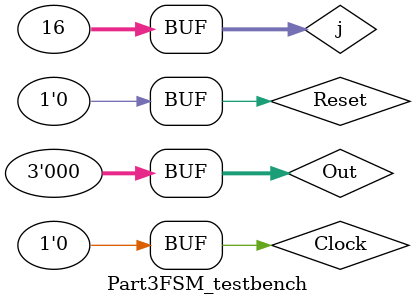
<source format=sv>

module Part3FSM(Clock, Reset, Out);
	
	input Clock, Reset;
	output logic [2:0] Out = 3'b111;
	
	logic [2:0] currentState = 3'b111, nextState = 3'b111;
	logic enable, q, counter_reset;
	
	logic [3:0] counter;
	
	localparam  Blank = 3'b000,
				H = 3'b001,
				E = 3'b010,
				L = 3'b011,
				O = 3'b100;
			 /*H = 3'b000,
				E = 3'b001,
				L = 3'b010,
				O = 3'b011; */
				
	always_comb begin
		case(counter)
		
		0: nextState = H;
		1: nextState = E;
		2: nextState = L;
		3: nextState = L;
		4: nextState = O;
		5: nextState = Blank;
		6: nextState = Blank;
		7: nextState = Blank;
		
		default: nextState = Blank;
		
		endcase
	end
	
	always_ff @(posedge Clock)begin
		if (!Reset) begin
			currentState <= Blank;
			Out <= Blank;
			counter <= 0;
		end else begin
			if (counter < 7) begin
				currentState <= nextState; 
				counter <= counter + 1;
				Out <= currentState;
			end else begin
				counter <= 0;
				currentState <= nextState;
			end
		end
	end
		
endmodule

module Part3FSM_testbench;

	logic Clock, Reset;
	logic [2:0] Out = 0;
	
	integer j;
	
	Part3FSM DUT(Clock, Reset, Out);
	
	initial begin
		Reset = 0;
		
		for (j = 0; j < 16; j++) begin
			Clock = 1;
			#10;
			Clock = 0;
			#10;
			$monitor("%4b", Out);
		end
	end
endmodule
	
</source>
